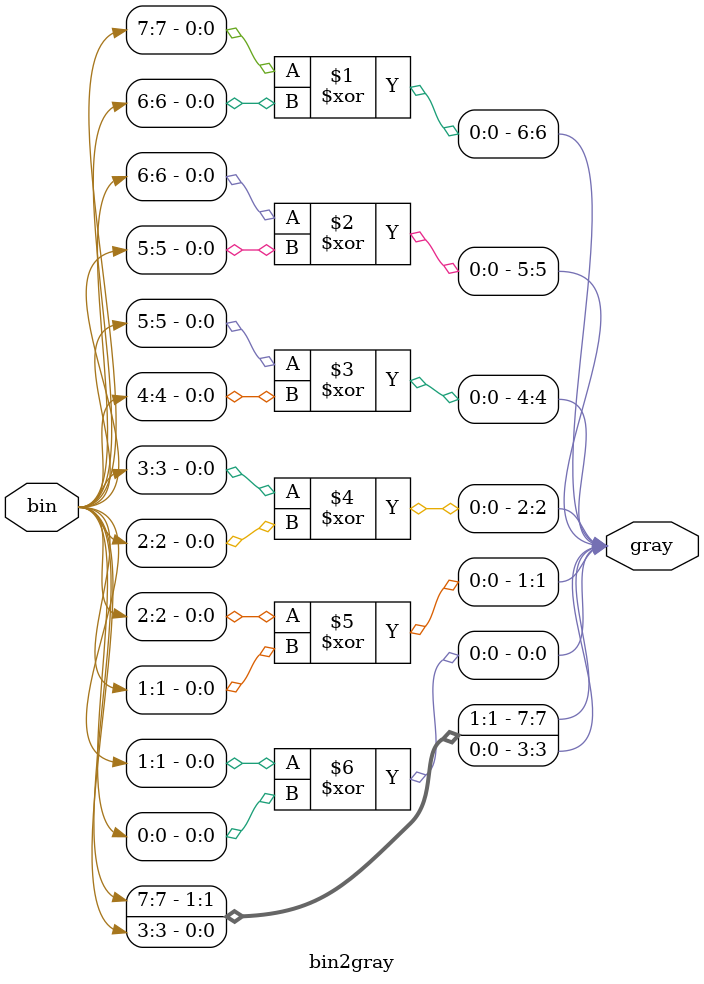
<source format=v>

module bin2gray(
    gray,
    bin
);

output [7:0] gray;
input [7:0] bin;

assign gray[7]=bin[7];
xor G1(gray[6],bin[7],bin[6]);
xor G2(gray[5],bin[6],bin[5]);
xor G3(gray[4],bin[5],bin[4]);

assign gray[3]=bin[3];
xor G4(gray[2],bin[3],bin[2]);
xor G5(gray[1],bin[2],bin[1]);
xor G6(gray[0],bin[1],bin[0]);

endmodule
</source>
